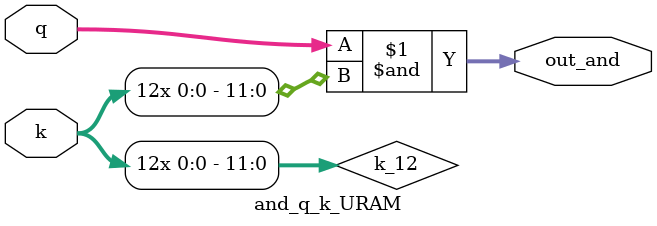
<source format=v>
module and_q_k_URAM #(parameter INDEX_WIDTH = 12) (input k, input [INDEX_WIDTH-1:0] q, output [INDEX_WIDTH-1:0] out_and);
	wire [INDEX_WIDTH-1:0] k_12;
	assign k_12 = {INDEX_WIDTH{k}};
	assign out_and = q & k_12;
endmodule
</source>
